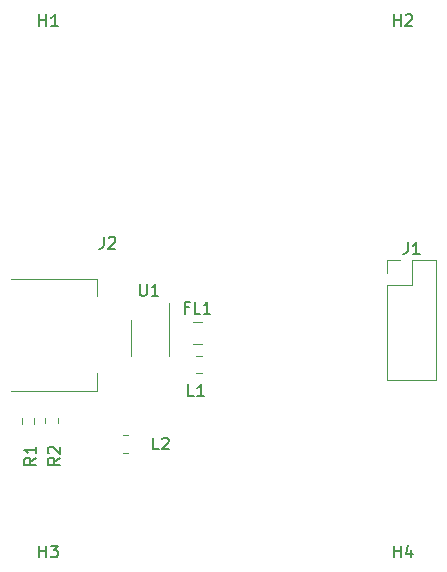
<source format=gbr>
%TF.GenerationSoftware,KiCad,Pcbnew,7.0.6-7.0.6~ubuntu22.04.1*%
%TF.CreationDate,2023-07-12T11:50:11+01:00*%
%TF.ProjectId,simple_2layer,73696d70-6c65-45f3-926c-617965722e6b,rev?*%
%TF.SameCoordinates,Original*%
%TF.FileFunction,Legend,Top*%
%TF.FilePolarity,Positive*%
%FSLAX46Y46*%
G04 Gerber Fmt 4.6, Leading zero omitted, Abs format (unit mm)*
G04 Created by KiCad (PCBNEW 7.0.6-7.0.6~ubuntu22.04.1) date 2023-07-12 11:50:11*
%MOMM*%
%LPD*%
G01*
G04 APERTURE LIST*
%ADD10C,0.150000*%
%ADD11C,0.120000*%
G04 APERTURE END LIST*
D10*
X109666666Y-89454819D02*
X109666666Y-90169104D01*
X109666666Y-90169104D02*
X109619047Y-90311961D01*
X109619047Y-90311961D02*
X109523809Y-90407200D01*
X109523809Y-90407200D02*
X109380952Y-90454819D01*
X109380952Y-90454819D02*
X109285714Y-90454819D01*
X110095238Y-89550057D02*
X110142857Y-89502438D01*
X110142857Y-89502438D02*
X110238095Y-89454819D01*
X110238095Y-89454819D02*
X110476190Y-89454819D01*
X110476190Y-89454819D02*
X110571428Y-89502438D01*
X110571428Y-89502438D02*
X110619047Y-89550057D01*
X110619047Y-89550057D02*
X110666666Y-89645295D01*
X110666666Y-89645295D02*
X110666666Y-89740533D01*
X110666666Y-89740533D02*
X110619047Y-89883390D01*
X110619047Y-89883390D02*
X110047619Y-90454819D01*
X110047619Y-90454819D02*
X110666666Y-90454819D01*
X104238095Y-116604819D02*
X104238095Y-115604819D01*
X104238095Y-116081009D02*
X104809523Y-116081009D01*
X104809523Y-116604819D02*
X104809523Y-115604819D01*
X105190476Y-115604819D02*
X105809523Y-115604819D01*
X105809523Y-115604819D02*
X105476190Y-115985771D01*
X105476190Y-115985771D02*
X105619047Y-115985771D01*
X105619047Y-115985771D02*
X105714285Y-116033390D01*
X105714285Y-116033390D02*
X105761904Y-116081009D01*
X105761904Y-116081009D02*
X105809523Y-116176247D01*
X105809523Y-116176247D02*
X105809523Y-116414342D01*
X105809523Y-116414342D02*
X105761904Y-116509580D01*
X105761904Y-116509580D02*
X105714285Y-116557200D01*
X105714285Y-116557200D02*
X105619047Y-116604819D01*
X105619047Y-116604819D02*
X105333333Y-116604819D01*
X105333333Y-116604819D02*
X105238095Y-116557200D01*
X105238095Y-116557200D02*
X105190476Y-116509580D01*
X134238095Y-71604819D02*
X134238095Y-70604819D01*
X134238095Y-71081009D02*
X134809523Y-71081009D01*
X134809523Y-71604819D02*
X134809523Y-70604819D01*
X135238095Y-70700057D02*
X135285714Y-70652438D01*
X135285714Y-70652438D02*
X135380952Y-70604819D01*
X135380952Y-70604819D02*
X135619047Y-70604819D01*
X135619047Y-70604819D02*
X135714285Y-70652438D01*
X135714285Y-70652438D02*
X135761904Y-70700057D01*
X135761904Y-70700057D02*
X135809523Y-70795295D01*
X135809523Y-70795295D02*
X135809523Y-70890533D01*
X135809523Y-70890533D02*
X135761904Y-71033390D01*
X135761904Y-71033390D02*
X135190476Y-71604819D01*
X135190476Y-71604819D02*
X135809523Y-71604819D01*
X112738095Y-93454819D02*
X112738095Y-94264342D01*
X112738095Y-94264342D02*
X112785714Y-94359580D01*
X112785714Y-94359580D02*
X112833333Y-94407200D01*
X112833333Y-94407200D02*
X112928571Y-94454819D01*
X112928571Y-94454819D02*
X113119047Y-94454819D01*
X113119047Y-94454819D02*
X113214285Y-94407200D01*
X113214285Y-94407200D02*
X113261904Y-94359580D01*
X113261904Y-94359580D02*
X113309523Y-94264342D01*
X113309523Y-94264342D02*
X113309523Y-93454819D01*
X114309523Y-94454819D02*
X113738095Y-94454819D01*
X114023809Y-94454819D02*
X114023809Y-93454819D01*
X114023809Y-93454819D02*
X113928571Y-93597676D01*
X113928571Y-93597676D02*
X113833333Y-93692914D01*
X113833333Y-93692914D02*
X113738095Y-93740533D01*
X117333333Y-102954819D02*
X116857143Y-102954819D01*
X116857143Y-102954819D02*
X116857143Y-101954819D01*
X118190476Y-102954819D02*
X117619048Y-102954819D01*
X117904762Y-102954819D02*
X117904762Y-101954819D01*
X117904762Y-101954819D02*
X117809524Y-102097676D01*
X117809524Y-102097676D02*
X117714286Y-102192914D01*
X117714286Y-102192914D02*
X117619048Y-102240533D01*
X104238095Y-71604819D02*
X104238095Y-70604819D01*
X104238095Y-71081009D02*
X104809523Y-71081009D01*
X104809523Y-71604819D02*
X104809523Y-70604819D01*
X105809523Y-71604819D02*
X105238095Y-71604819D01*
X105523809Y-71604819D02*
X105523809Y-70604819D01*
X105523809Y-70604819D02*
X105428571Y-70747676D01*
X105428571Y-70747676D02*
X105333333Y-70842914D01*
X105333333Y-70842914D02*
X105238095Y-70890533D01*
X103954819Y-108166666D02*
X103478628Y-108499999D01*
X103954819Y-108738094D02*
X102954819Y-108738094D01*
X102954819Y-108738094D02*
X102954819Y-108357142D01*
X102954819Y-108357142D02*
X103002438Y-108261904D01*
X103002438Y-108261904D02*
X103050057Y-108214285D01*
X103050057Y-108214285D02*
X103145295Y-108166666D01*
X103145295Y-108166666D02*
X103288152Y-108166666D01*
X103288152Y-108166666D02*
X103383390Y-108214285D01*
X103383390Y-108214285D02*
X103431009Y-108261904D01*
X103431009Y-108261904D02*
X103478628Y-108357142D01*
X103478628Y-108357142D02*
X103478628Y-108738094D01*
X103954819Y-107214285D02*
X103954819Y-107785713D01*
X103954819Y-107499999D02*
X102954819Y-107499999D01*
X102954819Y-107499999D02*
X103097676Y-107595237D01*
X103097676Y-107595237D02*
X103192914Y-107690475D01*
X103192914Y-107690475D02*
X103240533Y-107785713D01*
X116861904Y-95431009D02*
X116528571Y-95431009D01*
X116528571Y-95954819D02*
X116528571Y-94954819D01*
X116528571Y-94954819D02*
X117004761Y-94954819D01*
X117861904Y-95954819D02*
X117385714Y-95954819D01*
X117385714Y-95954819D02*
X117385714Y-94954819D01*
X118719047Y-95954819D02*
X118147619Y-95954819D01*
X118433333Y-95954819D02*
X118433333Y-94954819D01*
X118433333Y-94954819D02*
X118338095Y-95097676D01*
X118338095Y-95097676D02*
X118242857Y-95192914D01*
X118242857Y-95192914D02*
X118147619Y-95240533D01*
X134238095Y-116604819D02*
X134238095Y-115604819D01*
X134238095Y-116081009D02*
X134809523Y-116081009D01*
X134809523Y-116604819D02*
X134809523Y-115604819D01*
X135714285Y-115938152D02*
X135714285Y-116604819D01*
X135476190Y-115557200D02*
X135238095Y-116271485D01*
X135238095Y-116271485D02*
X135857142Y-116271485D01*
X135416666Y-89914819D02*
X135416666Y-90629104D01*
X135416666Y-90629104D02*
X135369047Y-90771961D01*
X135369047Y-90771961D02*
X135273809Y-90867200D01*
X135273809Y-90867200D02*
X135130952Y-90914819D01*
X135130952Y-90914819D02*
X135035714Y-90914819D01*
X136416666Y-90914819D02*
X135845238Y-90914819D01*
X136130952Y-90914819D02*
X136130952Y-89914819D01*
X136130952Y-89914819D02*
X136035714Y-90057676D01*
X136035714Y-90057676D02*
X135940476Y-90152914D01*
X135940476Y-90152914D02*
X135845238Y-90200533D01*
X105954819Y-108166666D02*
X105478628Y-108499999D01*
X105954819Y-108738094D02*
X104954819Y-108738094D01*
X104954819Y-108738094D02*
X104954819Y-108357142D01*
X104954819Y-108357142D02*
X105002438Y-108261904D01*
X105002438Y-108261904D02*
X105050057Y-108214285D01*
X105050057Y-108214285D02*
X105145295Y-108166666D01*
X105145295Y-108166666D02*
X105288152Y-108166666D01*
X105288152Y-108166666D02*
X105383390Y-108214285D01*
X105383390Y-108214285D02*
X105431009Y-108261904D01*
X105431009Y-108261904D02*
X105478628Y-108357142D01*
X105478628Y-108357142D02*
X105478628Y-108738094D01*
X105050057Y-107785713D02*
X105002438Y-107738094D01*
X105002438Y-107738094D02*
X104954819Y-107642856D01*
X104954819Y-107642856D02*
X104954819Y-107404761D01*
X104954819Y-107404761D02*
X105002438Y-107309523D01*
X105002438Y-107309523D02*
X105050057Y-107261904D01*
X105050057Y-107261904D02*
X105145295Y-107214285D01*
X105145295Y-107214285D02*
X105240533Y-107214285D01*
X105240533Y-107214285D02*
X105383390Y-107261904D01*
X105383390Y-107261904D02*
X105954819Y-107833332D01*
X105954819Y-107833332D02*
X105954819Y-107214285D01*
X114333333Y-107454819D02*
X113857143Y-107454819D01*
X113857143Y-107454819D02*
X113857143Y-106454819D01*
X114619048Y-106550057D02*
X114666667Y-106502438D01*
X114666667Y-106502438D02*
X114761905Y-106454819D01*
X114761905Y-106454819D02*
X115000000Y-106454819D01*
X115000000Y-106454819D02*
X115095238Y-106502438D01*
X115095238Y-106502438D02*
X115142857Y-106550057D01*
X115142857Y-106550057D02*
X115190476Y-106645295D01*
X115190476Y-106645295D02*
X115190476Y-106740533D01*
X115190476Y-106740533D02*
X115142857Y-106883390D01*
X115142857Y-106883390D02*
X114571429Y-107454819D01*
X114571429Y-107454819D02*
X115190476Y-107454819D01*
D11*
%TO.C,J2*%
X109120000Y-93000000D02*
X109120000Y-94500000D01*
X109120000Y-102500000D02*
X101860000Y-102500000D01*
X109120000Y-101000000D02*
X109120000Y-102500000D01*
X109120000Y-93000000D02*
X101860000Y-93000000D01*
%TO.C,U1*%
X115185000Y-98020000D02*
X115185000Y-95095000D01*
X115185000Y-98020000D02*
X115185000Y-99520000D01*
X111965000Y-98020000D02*
X111965000Y-96520000D01*
X111965000Y-98020000D02*
X111965000Y-99520000D01*
%TO.C,L1*%
X117977064Y-100985000D02*
X117522936Y-100985000D01*
X117977064Y-99515000D02*
X117522936Y-99515000D01*
%TO.C,R1*%
X103792500Y-104837742D02*
X103792500Y-105312258D01*
X102747500Y-104837742D02*
X102747500Y-105312258D01*
%TO.C,FL1*%
X117200000Y-98540000D02*
X118000000Y-98540000D01*
X117200000Y-96700000D02*
X118000000Y-96700000D01*
%TO.C,J1*%
X133690000Y-91460000D02*
X134750000Y-91460000D01*
X133690000Y-92520000D02*
X133690000Y-91460000D01*
X133690000Y-93520000D02*
X133690000Y-101580000D01*
X133690000Y-93520000D02*
X135750000Y-93520000D01*
X133690000Y-101580000D02*
X137810000Y-101580000D01*
X135750000Y-91460000D02*
X137810000Y-91460000D01*
X135750000Y-93520000D02*
X135750000Y-91460000D01*
X137810000Y-91460000D02*
X137810000Y-101580000D01*
%TO.C,R2*%
X105772500Y-104762742D02*
X105772500Y-105237258D01*
X104727500Y-104762742D02*
X104727500Y-105237258D01*
%TO.C,L2*%
X111272936Y-106265000D02*
X111727064Y-106265000D01*
X111272936Y-107735000D02*
X111727064Y-107735000D01*
%TD*%
M02*

</source>
